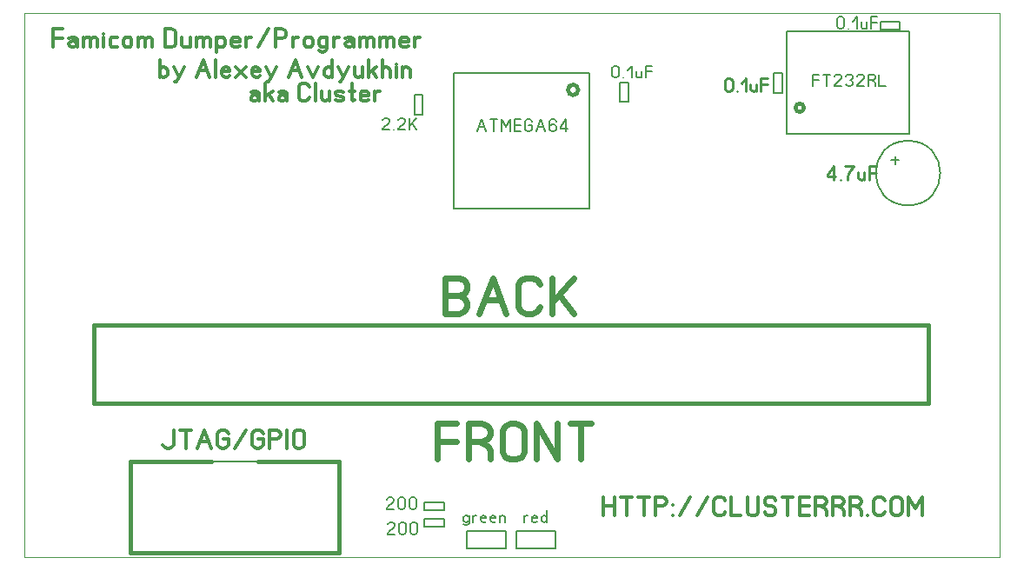
<source format=gbr>
%FSLAX34Y34*%
%MOMM*%
%LNCOPPER_BOTTOM*%
G71*
G01*
%ADD10C, 0.00*%
%ADD11C, 0.21*%
%ADD12C, 0.15*%
%ADD13C, 0.40*%
%ADD14C, 0.62*%
%ADD15C, 0.20*%
%ADD16C, 0.32*%
%ADD17C, 0.30*%
%ADD18C, 0.22*%
%ADD19C, 0.24*%
%LPD*%
G54D10*
X0Y0D02*
X950000Y0D01*
X950000Y-530000D01*
X0Y-530000D01*
X0Y0D01*
G54D11*
X767650Y-70955D02*
X767650Y-59400D01*
X773717Y-59400D01*
G54D11*
X767650Y-65178D02*
X773717Y-65178D01*
G54D11*
X781228Y-70955D02*
X781228Y-59400D01*
G54D11*
X777761Y-59400D02*
X784695Y-59400D01*
G54D11*
X795672Y-70955D02*
X788738Y-70955D01*
X788738Y-70233D01*
X789605Y-68789D01*
X794805Y-64455D01*
X795672Y-63011D01*
X795672Y-61566D01*
X794805Y-60122D01*
X793072Y-59400D01*
X791338Y-59400D01*
X789605Y-60122D01*
X788738Y-61566D01*
G54D11*
X799715Y-61566D02*
X800582Y-60122D01*
X802315Y-59400D01*
X804049Y-59400D01*
X805782Y-60122D01*
X806649Y-61566D01*
X806649Y-63011D01*
X805782Y-64455D01*
X804049Y-65178D01*
X805782Y-65900D01*
X806649Y-67344D01*
X806649Y-68789D01*
X805782Y-70233D01*
X804049Y-70955D01*
X802315Y-70955D01*
X800582Y-70233D01*
X799715Y-68789D01*
G54D11*
X817626Y-70955D02*
X810692Y-70955D01*
X810692Y-70233D01*
X811559Y-68789D01*
X816759Y-64455D01*
X817626Y-63011D01*
X817626Y-61566D01*
X816759Y-60122D01*
X815026Y-59400D01*
X813292Y-59400D01*
X811559Y-60122D01*
X810692Y-61566D01*
G54D11*
X825136Y-65178D02*
X827736Y-66622D01*
X828603Y-68066D01*
X828603Y-70955D01*
G54D11*
X821669Y-70955D02*
X821669Y-59400D01*
X826003Y-59400D01*
X827736Y-60122D01*
X828603Y-61566D01*
X828603Y-63011D01*
X827736Y-64455D01*
X826003Y-65178D01*
X821669Y-65178D01*
G54D11*
X832646Y-59400D02*
X832646Y-70955D01*
X838713Y-70955D01*
G54D12*
X862170Y-117133D02*
X742170Y-117133D01*
X742170Y-17133D01*
X862170Y-17133D01*
X862170Y-117133D01*
G54D13*
G75*
G01X759143Y-91946D02*
G03X759143Y-91946I-4000J0D01*
G01*
G54D13*
X880903Y-379649D02*
X68103Y-379649D01*
X68103Y-303449D01*
X880903Y-303449D01*
X880903Y-379649D01*
G54D13*
G75*
G01X529411Y-74572D02*
G03X529411Y-74572I5000J0D01*
G01*
G54D12*
X730111Y-58448D02*
X738050Y-58448D01*
X738050Y-77612D01*
X730111Y-77612D01*
X730111Y-58448D01*
G54D12*
X852815Y-8018D02*
X852815Y-15956D01*
X833651Y-15956D01*
X833651Y-8018D01*
X852815Y-8018D01*
G54D13*
X306600Y-525150D02*
X306600Y-436250D01*
X227832Y-436205D01*
G54D13*
X306600Y-525150D02*
X103400Y-525150D01*
X103400Y-436250D01*
X181578Y-436212D01*
G54D12*
X227832Y-436205D02*
X181578Y-436212D01*
G54D14*
X402381Y-434146D02*
X402381Y-399479D01*
X420581Y-399479D01*
G54D14*
X402381Y-416813D02*
X420581Y-416813D01*
G54D14*
X443114Y-416813D02*
X450914Y-421146D01*
X453514Y-425479D01*
X453514Y-434146D01*
G54D14*
X432714Y-434146D02*
X432714Y-399479D01*
X445714Y-399479D01*
X450914Y-401646D01*
X453514Y-405979D01*
X453514Y-410313D01*
X450914Y-414646D01*
X445714Y-416813D01*
X432714Y-416813D01*
G54D14*
X486447Y-405979D02*
X486447Y-427646D01*
X483847Y-431979D01*
X478647Y-434146D01*
X473447Y-434146D01*
X468247Y-431979D01*
X465647Y-427646D01*
X465647Y-405979D01*
X468247Y-401646D01*
X473447Y-399479D01*
X478647Y-399479D01*
X483847Y-401646D01*
X486447Y-405979D01*
G54D14*
X498580Y-434146D02*
X498580Y-399479D01*
X519380Y-434146D01*
X519380Y-399479D01*
G54D14*
X541913Y-434146D02*
X541913Y-399479D01*
G54D14*
X531513Y-399479D02*
X552313Y-399479D01*
G54D12*
X588044Y-86323D02*
X580105Y-86323D01*
X580105Y-67160D01*
X588044Y-67160D01*
X588044Y-86323D01*
G54D12*
X387886Y-98679D02*
X379947Y-98679D01*
X379947Y-79515D01*
X387886Y-79515D01*
X387886Y-98679D01*
G54D11*
X440774Y-114955D02*
X445108Y-103400D01*
X449441Y-114955D01*
G54D11*
X442508Y-110622D02*
X447708Y-110622D01*
G54D11*
X456952Y-114955D02*
X456952Y-103400D01*
G54D11*
X453485Y-103400D02*
X460419Y-103400D01*
G54D11*
X464462Y-114955D02*
X464462Y-103400D01*
X468796Y-110622D01*
X473129Y-103400D01*
X473129Y-114955D01*
G54D11*
X483240Y-114955D02*
X477173Y-114955D01*
X477173Y-103400D01*
X483240Y-103400D01*
G54D11*
X477173Y-109178D02*
X483240Y-109178D01*
G54D11*
X490751Y-109178D02*
X494218Y-109178D01*
X494218Y-112789D01*
X493351Y-114233D01*
X491618Y-114955D01*
X489884Y-114955D01*
X488151Y-114233D01*
X487284Y-112789D01*
X487284Y-105566D01*
X488151Y-104122D01*
X489884Y-103400D01*
X491618Y-103400D01*
X493351Y-104122D01*
X494218Y-105566D01*
G54D11*
X498261Y-114955D02*
X502595Y-103400D01*
X506928Y-114955D01*
G54D11*
X499995Y-110622D02*
X505195Y-110622D01*
G54D11*
X517906Y-105566D02*
X517039Y-104122D01*
X515306Y-103400D01*
X513572Y-103400D01*
X511839Y-104122D01*
X510972Y-105566D01*
X510972Y-109178D01*
X510972Y-109900D01*
X513572Y-108455D01*
X515306Y-108455D01*
X517039Y-109178D01*
X517906Y-110622D01*
X517906Y-112789D01*
X517039Y-114233D01*
X515306Y-114955D01*
X513572Y-114955D01*
X511839Y-114233D01*
X510972Y-112789D01*
X510972Y-109178D01*
G54D11*
X527149Y-114955D02*
X527149Y-103400D01*
X521949Y-110622D01*
X521949Y-112066D01*
X528883Y-112066D01*
G54D15*
X418200Y-58400D02*
X550200Y-58400D01*
X550200Y-190400D01*
X418200Y-190400D01*
X418200Y-58400D01*
G54D16*
X145604Y-405883D02*
X145604Y-420328D01*
X144271Y-422550D01*
X141604Y-423661D01*
X138937Y-423661D01*
X136271Y-422550D01*
X134937Y-420328D01*
G54D16*
X157160Y-423661D02*
X157160Y-405883D01*
G54D16*
X151826Y-405883D02*
X162493Y-405883D01*
G54D16*
X168715Y-423661D02*
X175382Y-405883D01*
X182049Y-423661D01*
G54D16*
X171382Y-416994D02*
X179382Y-416994D01*
G54D16*
X193604Y-414772D02*
X198937Y-414772D01*
X198937Y-420328D01*
X197604Y-422550D01*
X194937Y-423661D01*
X192270Y-423661D01*
X189604Y-422550D01*
X188270Y-420328D01*
X188270Y-409217D01*
X189604Y-406994D01*
X192270Y-405883D01*
X194937Y-405883D01*
X197604Y-406994D01*
X198937Y-409217D01*
G54D16*
X205159Y-423661D02*
X215826Y-405883D01*
G54D16*
X227382Y-414772D02*
X232715Y-414772D01*
X232715Y-420328D01*
X231382Y-422550D01*
X228715Y-423661D01*
X226048Y-423661D01*
X223382Y-422550D01*
X222048Y-420328D01*
X222048Y-409217D01*
X223382Y-406994D01*
X226048Y-405883D01*
X228715Y-405883D01*
X231382Y-406994D01*
X232715Y-409217D01*
G54D16*
X238937Y-423661D02*
X238937Y-405883D01*
X245604Y-405883D01*
X248271Y-406994D01*
X249604Y-409217D01*
X249604Y-411439D01*
X248271Y-413661D01*
X245604Y-414772D01*
X238937Y-414772D01*
G54D16*
X255826Y-423661D02*
X255826Y-405883D01*
G54D16*
X272715Y-409217D02*
X272715Y-420328D01*
X271382Y-422550D01*
X268715Y-423661D01*
X266048Y-423661D01*
X263382Y-422550D01*
X262048Y-420328D01*
X262048Y-409217D01*
X263382Y-406994D01*
X266048Y-405883D01*
X268715Y-405883D01*
X271382Y-406994D01*
X272715Y-409217D01*
G54D12*
X389342Y-500020D02*
X389342Y-492082D01*
X408505Y-492082D01*
X408505Y-500020D01*
X389342Y-500020D01*
G54D12*
X389320Y-483944D02*
X389320Y-476005D01*
X408483Y-476005D01*
X408483Y-483944D01*
X389320Y-483944D01*
G54D12*
X430911Y-504000D02*
X468922Y-504000D01*
X468922Y-521581D01*
X430911Y-521581D01*
X430911Y-504000D01*
G54D12*
X516922Y-521481D02*
X478911Y-521481D01*
X478911Y-503900D01*
X516922Y-503900D01*
X516922Y-521481D01*
G54D16*
X27998Y-33047D02*
X27998Y-15269D01*
X37332Y-15269D01*
G54D16*
X27998Y-24158D02*
X37332Y-24158D01*
G54D16*
X43553Y-24158D02*
X46220Y-23047D01*
X49420Y-23047D01*
X51553Y-25269D01*
X51553Y-33047D01*
G54D16*
X51553Y-29714D02*
X50220Y-27491D01*
X47553Y-27047D01*
X44887Y-27491D01*
X43553Y-29714D01*
X44087Y-31936D01*
X46220Y-33047D01*
X47553Y-33047D01*
X48087Y-33047D01*
X50220Y-31936D01*
X51553Y-29714D01*
G54D16*
X57775Y-33047D02*
X57775Y-23047D01*
G54D16*
X57775Y-24825D02*
X60442Y-23047D01*
X63109Y-23714D01*
X64442Y-25269D01*
X64442Y-33047D01*
G54D16*
X64442Y-24825D02*
X67109Y-23047D01*
X69775Y-23714D01*
X71109Y-25269D01*
X71109Y-33047D01*
G54D16*
X77330Y-33047D02*
X77330Y-23047D01*
G54D16*
X77330Y-19714D02*
X77330Y-19714D01*
G54D16*
X90219Y-23714D02*
X87552Y-23047D01*
X84886Y-23714D01*
X83552Y-25936D01*
X83552Y-30380D01*
X84886Y-32602D01*
X87552Y-33047D01*
X90219Y-32602D01*
G54D16*
X104441Y-30380D02*
X104441Y-25936D01*
X103108Y-23714D01*
X100441Y-23047D01*
X97775Y-23714D01*
X96441Y-25936D01*
X96441Y-30380D01*
X97775Y-32602D01*
X100441Y-33047D01*
X103108Y-32602D01*
X104441Y-30380D01*
G54D16*
X110663Y-33047D02*
X110663Y-23047D01*
G54D16*
X110663Y-24825D02*
X113330Y-23047D01*
X115997Y-23714D01*
X117330Y-25269D01*
X117330Y-33047D01*
G54D16*
X117330Y-24825D02*
X119997Y-23047D01*
X122663Y-23714D01*
X123997Y-25269D01*
X123997Y-33047D01*
G54D16*
X136707Y-33047D02*
X136707Y-15269D01*
X143374Y-15269D01*
X146041Y-16380D01*
X147374Y-18602D01*
X147374Y-29714D01*
X146041Y-31936D01*
X143374Y-33047D01*
X136707Y-33047D01*
G54D16*
X161596Y-23047D02*
X161596Y-33047D01*
G54D16*
X161596Y-30825D02*
X160263Y-32602D01*
X157596Y-33047D01*
X154930Y-32602D01*
X153596Y-30825D01*
X153596Y-23047D01*
G54D16*
X167818Y-33047D02*
X167818Y-23047D01*
G54D16*
X167818Y-24825D02*
X170485Y-23047D01*
X173152Y-23714D01*
X174485Y-25269D01*
X174485Y-33047D01*
G54D16*
X174485Y-24825D02*
X177152Y-23047D01*
X179818Y-23714D01*
X181152Y-25269D01*
X181152Y-33047D01*
G54D16*
X187373Y-23047D02*
X187373Y-37491D01*
G54D16*
X187373Y-29714D02*
X188707Y-32602D01*
X191373Y-33047D01*
X194040Y-32602D01*
X195373Y-30380D01*
X195373Y-25936D01*
X194040Y-23714D01*
X191373Y-23047D01*
X188707Y-23714D01*
X187373Y-26380D01*
G54D16*
X209595Y-31936D02*
X207462Y-33047D01*
X204795Y-33047D01*
X202129Y-31936D01*
X201595Y-29714D01*
X201595Y-25936D01*
X202929Y-23714D01*
X205595Y-23047D01*
X208262Y-23714D01*
X209595Y-25269D01*
X209595Y-27491D01*
X201595Y-27491D01*
G54D16*
X215817Y-33047D02*
X215817Y-23047D01*
G54D16*
X215817Y-25269D02*
X218484Y-23047D01*
X221151Y-23047D01*
G54D16*
X227372Y-33047D02*
X238039Y-15269D01*
G54D16*
X244261Y-33047D02*
X244261Y-15269D01*
X250928Y-15269D01*
X253595Y-16380D01*
X254928Y-18602D01*
X254928Y-20825D01*
X253595Y-23047D01*
X250928Y-24158D01*
X244261Y-24158D01*
G54D16*
X261150Y-33047D02*
X261150Y-23047D01*
G54D16*
X261150Y-25269D02*
X263817Y-23047D01*
X266484Y-23047D01*
G54D16*
X280705Y-30380D02*
X280705Y-25936D01*
X279372Y-23714D01*
X276705Y-23047D01*
X274039Y-23714D01*
X272705Y-25936D01*
X272705Y-30380D01*
X274039Y-32602D01*
X276705Y-33047D01*
X279372Y-32602D01*
X280705Y-30380D01*
G54D16*
X286927Y-36380D02*
X289594Y-37491D01*
X291461Y-37491D01*
X294127Y-36380D01*
X294927Y-34158D01*
X294927Y-23047D01*
G54D16*
X294927Y-25936D02*
X293594Y-23714D01*
X290927Y-23047D01*
X288261Y-23714D01*
X286927Y-25936D01*
X286927Y-30380D01*
X288261Y-32602D01*
X290927Y-33047D01*
X293594Y-32602D01*
X294927Y-30380D01*
G54D16*
X301149Y-33047D02*
X301149Y-23047D01*
G54D16*
X301149Y-25269D02*
X303816Y-23047D01*
X306483Y-23047D01*
G54D16*
X312704Y-24158D02*
X315371Y-23047D01*
X318571Y-23047D01*
X320704Y-25269D01*
X320704Y-33047D01*
G54D16*
X320704Y-29714D02*
X319371Y-27491D01*
X316704Y-27047D01*
X314038Y-27491D01*
X312704Y-29714D01*
X313238Y-31936D01*
X315371Y-33047D01*
X316704Y-33047D01*
X317238Y-33047D01*
X319371Y-31936D01*
X320704Y-29714D01*
G54D16*
X326926Y-33047D02*
X326926Y-23047D01*
G54D16*
X326926Y-24825D02*
X329593Y-23047D01*
X332260Y-23714D01*
X333593Y-25269D01*
X333593Y-33047D01*
G54D16*
X333593Y-24825D02*
X336260Y-23047D01*
X338926Y-23714D01*
X340260Y-25269D01*
X340260Y-33047D01*
G54D16*
X346481Y-33047D02*
X346481Y-23047D01*
G54D16*
X346481Y-24825D02*
X349148Y-23047D01*
X351815Y-23714D01*
X353148Y-25269D01*
X353148Y-33047D01*
G54D16*
X353148Y-24825D02*
X355815Y-23047D01*
X358481Y-23714D01*
X359815Y-25269D01*
X359815Y-33047D01*
G54D16*
X374036Y-31936D02*
X371903Y-33047D01*
X369236Y-33047D01*
X366570Y-31936D01*
X366036Y-29714D01*
X366036Y-25936D01*
X367370Y-23714D01*
X370036Y-23047D01*
X372703Y-23714D01*
X374036Y-25269D01*
X374036Y-27491D01*
X366036Y-27491D01*
G54D16*
X380258Y-33047D02*
X380258Y-23047D01*
G54D16*
X380258Y-25269D02*
X382925Y-23047D01*
X385592Y-23047D01*
G54D17*
X131986Y-61997D02*
X131986Y-45108D01*
G54D17*
X131986Y-55242D02*
X133253Y-53130D01*
X135786Y-52497D01*
X138320Y-53130D01*
X139586Y-55242D01*
X139586Y-59464D01*
X138320Y-61575D01*
X135786Y-61997D01*
X133253Y-61575D01*
X131986Y-59464D01*
G54D17*
X145497Y-52497D02*
X150564Y-61997D01*
X155630Y-52497D01*
G54D17*
X150564Y-61997D02*
X149297Y-65164D01*
X148030Y-66219D01*
X146764Y-66219D01*
G54D17*
X167705Y-61997D02*
X174038Y-45108D01*
X180372Y-61997D01*
G54D17*
X170238Y-55664D02*
X177838Y-55664D01*
G54D17*
X186283Y-61997D02*
X186283Y-45108D01*
G54D17*
X199794Y-60942D02*
X197768Y-61997D01*
X195234Y-61997D01*
X192701Y-60942D01*
X192194Y-58830D01*
X192194Y-55242D01*
X193461Y-53130D01*
X195994Y-52497D01*
X198528Y-53130D01*
X199794Y-54608D01*
X199794Y-56719D01*
X192194Y-56719D01*
G54D17*
X205705Y-52497D02*
X215838Y-61997D01*
G54D17*
X205705Y-61997D02*
X215838Y-52497D01*
G54D17*
X229349Y-60942D02*
X227322Y-61997D01*
X224789Y-61997D01*
X222256Y-60942D01*
X221749Y-58830D01*
X221749Y-55242D01*
X223016Y-53130D01*
X225549Y-52497D01*
X228082Y-53130D01*
X229349Y-54608D01*
X229349Y-56719D01*
X221749Y-56719D01*
G54D17*
X235260Y-52497D02*
X240327Y-61997D01*
X245394Y-52497D01*
G54D17*
X240327Y-61997D02*
X239060Y-65164D01*
X237794Y-66219D01*
X236527Y-66219D01*
G54D17*
X257468Y-61997D02*
X263802Y-45108D01*
X270135Y-61997D01*
G54D17*
X260002Y-55664D02*
X267602Y-55664D01*
G54D17*
X276046Y-52497D02*
X281113Y-61997D01*
X286180Y-52497D01*
G54D17*
X299690Y-61997D02*
X299690Y-45108D01*
G54D17*
X299690Y-55242D02*
X298424Y-53130D01*
X295890Y-52497D01*
X293357Y-53130D01*
X292090Y-55242D01*
X292090Y-59464D01*
X293357Y-61575D01*
X295890Y-61997D01*
X298424Y-61575D01*
X299690Y-59464D01*
G54D17*
X305601Y-52497D02*
X310668Y-61997D01*
X315734Y-52497D01*
G54D17*
X310668Y-61997D02*
X309401Y-65164D01*
X308134Y-66219D01*
X306868Y-66219D01*
G54D17*
X329245Y-52497D02*
X329245Y-61997D01*
G54D17*
X329245Y-59886D02*
X327978Y-61575D01*
X325445Y-61997D01*
X322912Y-61575D01*
X321645Y-59886D01*
X321645Y-52497D01*
G54D17*
X335156Y-61997D02*
X335156Y-45108D01*
G54D17*
X338956Y-55664D02*
X342756Y-61997D01*
G54D17*
X335156Y-57775D02*
X342756Y-52497D01*
G54D17*
X348667Y-61997D02*
X348667Y-45108D01*
G54D17*
X348667Y-55242D02*
X349934Y-53130D01*
X352467Y-52497D01*
X355001Y-53130D01*
X356267Y-55242D01*
X356267Y-61997D01*
G54D17*
X362178Y-61997D02*
X362178Y-52497D01*
G54D17*
X362178Y-49330D02*
X362178Y-49330D01*
G54D17*
X368089Y-61997D02*
X368089Y-52497D01*
G54D17*
X368089Y-54608D02*
X369356Y-53130D01*
X371889Y-52497D01*
X374422Y-53130D01*
X375689Y-54608D01*
X375689Y-61997D01*
G54D17*
X220690Y-76556D02*
X223224Y-75500D01*
X226264Y-75500D01*
X228290Y-77611D01*
X228290Y-85000D01*
G54D17*
X228290Y-81833D02*
X227024Y-79722D01*
X224490Y-79300D01*
X221957Y-79722D01*
X220690Y-81833D01*
X221197Y-83944D01*
X223224Y-85000D01*
X224490Y-85000D01*
X224997Y-85000D01*
X227024Y-83944D01*
X228290Y-81833D01*
G54D17*
X234201Y-85000D02*
X234201Y-68111D01*
G54D17*
X238001Y-78667D02*
X241801Y-85000D01*
G54D17*
X234201Y-80778D02*
X241801Y-75500D01*
G54D17*
X247712Y-76556D02*
X250246Y-75500D01*
X253286Y-75500D01*
X255312Y-77611D01*
X255312Y-85000D01*
G54D17*
X255312Y-81833D02*
X254046Y-79722D01*
X251512Y-79300D01*
X248979Y-79722D01*
X247712Y-81833D01*
X248219Y-83944D01*
X250246Y-85000D01*
X251512Y-85000D01*
X252019Y-85000D01*
X254046Y-83944D01*
X255312Y-81833D01*
G54D17*
X277521Y-81833D02*
X276254Y-83944D01*
X273721Y-85000D01*
X271187Y-85000D01*
X268654Y-83944D01*
X267387Y-81833D01*
X267387Y-71278D01*
X268654Y-69167D01*
X271187Y-68111D01*
X273721Y-68111D01*
X276254Y-69167D01*
X277521Y-71278D01*
G54D17*
X283431Y-85000D02*
X283431Y-68111D01*
G54D17*
X296942Y-75500D02*
X296942Y-85000D01*
G54D17*
X296942Y-82889D02*
X295676Y-84578D01*
X293142Y-85000D01*
X290609Y-84578D01*
X289342Y-82889D01*
X289342Y-75500D01*
G54D17*
X302853Y-83944D02*
X305387Y-85000D01*
X307920Y-85000D01*
X310453Y-83944D01*
X310453Y-81833D01*
X309187Y-80778D01*
X304120Y-79722D01*
X302853Y-78667D01*
X302853Y-76556D01*
X305387Y-75500D01*
X307920Y-75500D01*
X310453Y-76556D01*
G54D17*
X318898Y-68111D02*
X318898Y-83944D01*
X320164Y-85000D01*
X321431Y-84578D01*
G54D17*
X316364Y-75500D02*
X321431Y-75500D01*
G54D17*
X334942Y-83944D02*
X332916Y-85000D01*
X330382Y-85000D01*
X327849Y-83944D01*
X327342Y-81833D01*
X327342Y-78244D01*
X328609Y-76133D01*
X331142Y-75500D01*
X333676Y-76133D01*
X334942Y-77611D01*
X334942Y-79722D01*
X327342Y-79722D01*
G54D17*
X340853Y-85000D02*
X340853Y-75500D01*
G54D17*
X340853Y-77611D02*
X343387Y-75500D01*
X345920Y-75500D01*
G54D16*
X564210Y-488975D02*
X564210Y-471197D01*
G54D16*
X574877Y-488975D02*
X574877Y-471197D01*
G54D16*
X564210Y-480086D02*
X574877Y-480086D01*
G54D16*
X586433Y-488975D02*
X586433Y-471197D01*
G54D16*
X581099Y-471197D02*
X591766Y-471197D01*
G54D16*
X603322Y-488975D02*
X603322Y-471197D01*
G54D16*
X597988Y-471197D02*
X608655Y-471197D01*
G54D16*
X614877Y-488975D02*
X614877Y-471197D01*
X621544Y-471197D01*
X624211Y-472308D01*
X625544Y-474530D01*
X625544Y-476753D01*
X624211Y-478975D01*
X621544Y-480086D01*
X614877Y-480086D01*
G54D16*
X631766Y-488975D02*
X631766Y-488975D01*
G54D16*
X631766Y-478975D02*
X631766Y-478975D01*
G54D16*
X637988Y-488975D02*
X648655Y-471197D01*
G54D16*
X654877Y-488975D02*
X665544Y-471197D01*
G54D16*
X682433Y-485642D02*
X681100Y-487864D01*
X678433Y-488975D01*
X675766Y-488975D01*
X673100Y-487864D01*
X671766Y-485642D01*
X671766Y-474530D01*
X673100Y-472308D01*
X675766Y-471197D01*
X678433Y-471197D01*
X681100Y-472308D01*
X682433Y-474530D01*
G54D16*
X688655Y-471197D02*
X688655Y-488975D01*
X697989Y-488975D01*
G54D16*
X704210Y-471197D02*
X704210Y-485642D01*
X705544Y-487864D01*
X708210Y-488975D01*
X710877Y-488975D01*
X713544Y-487864D01*
X714877Y-485642D01*
X714877Y-471197D01*
G54D16*
X721099Y-485642D02*
X722433Y-487864D01*
X725099Y-488975D01*
X727766Y-488975D01*
X730433Y-487864D01*
X731766Y-485642D01*
X731766Y-483419D01*
X730433Y-481197D01*
X727766Y-480086D01*
X725099Y-480086D01*
X722433Y-478975D01*
X721099Y-476753D01*
X721099Y-474530D01*
X722433Y-472308D01*
X725099Y-471197D01*
X727766Y-471197D01*
X730433Y-472308D01*
X731766Y-474530D01*
G54D16*
X743322Y-488975D02*
X743322Y-471197D01*
G54D16*
X737988Y-471197D02*
X748655Y-471197D01*
G54D16*
X764211Y-488975D02*
X754877Y-488975D01*
X754877Y-471197D01*
X764211Y-471197D01*
G54D16*
X754877Y-480086D02*
X764211Y-480086D01*
G54D16*
X775766Y-480086D02*
X779766Y-482308D01*
X781099Y-484530D01*
X781099Y-488975D01*
G54D16*
X770432Y-488975D02*
X770432Y-471197D01*
X777099Y-471197D01*
X779766Y-472308D01*
X781099Y-474530D01*
X781099Y-476753D01*
X779766Y-478975D01*
X777099Y-480086D01*
X770432Y-480086D01*
G54D16*
X792655Y-480086D02*
X796655Y-482308D01*
X797988Y-484530D01*
X797988Y-488975D01*
G54D16*
X787321Y-488975D02*
X787321Y-471197D01*
X793988Y-471197D01*
X796655Y-472308D01*
X797988Y-474530D01*
X797988Y-476753D01*
X796655Y-478975D01*
X793988Y-480086D01*
X787321Y-480086D01*
G54D16*
X809544Y-480086D02*
X813544Y-482308D01*
X814877Y-484530D01*
X814877Y-488975D01*
G54D16*
X804210Y-488975D02*
X804210Y-471197D01*
X810877Y-471197D01*
X813544Y-472308D01*
X814877Y-474530D01*
X814877Y-476753D01*
X813544Y-478975D01*
X810877Y-480086D01*
X804210Y-480086D01*
G54D16*
X821099Y-488975D02*
X821099Y-488975D01*
G54D16*
X837988Y-485642D02*
X836655Y-487864D01*
X833988Y-488975D01*
X831321Y-488975D01*
X828655Y-487864D01*
X827321Y-485642D01*
X827321Y-474530D01*
X828655Y-472308D01*
X831321Y-471197D01*
X833988Y-471197D01*
X836655Y-472308D01*
X837988Y-474530D01*
G54D16*
X854877Y-474530D02*
X854877Y-485642D01*
X853544Y-487864D01*
X850877Y-488975D01*
X848210Y-488975D01*
X845544Y-487864D01*
X844210Y-485642D01*
X844210Y-474530D01*
X845544Y-472308D01*
X848210Y-471197D01*
X850877Y-471197D01*
X853544Y-472308D01*
X854877Y-474530D01*
G54D16*
X861099Y-488975D02*
X861099Y-471197D01*
X867766Y-482308D01*
X874433Y-471197D01*
X874433Y-488975D01*
G54D12*
X847930Y-139370D02*
X847930Y-146970D01*
G54D12*
X851730Y-143170D02*
X844130Y-143170D01*
G54D12*
G75*
G01X860630Y-124125D02*
G03X860630Y-124125I0J-31450D01*
G01*
G54D11*
X579427Y-53222D02*
X579427Y-60444D01*
X578560Y-61889D01*
X576827Y-62611D01*
X575094Y-62611D01*
X573360Y-61889D01*
X572494Y-60444D01*
X572494Y-53222D01*
X573360Y-51778D01*
X575094Y-51055D01*
X576827Y-51055D01*
X578560Y-51778D01*
X579427Y-53222D01*
G54D11*
X583470Y-62611D02*
X583470Y-62611D01*
G54D11*
X587514Y-55389D02*
X591848Y-51055D01*
X591848Y-62611D01*
G54D11*
X601092Y-56111D02*
X601092Y-62611D01*
G54D11*
X601092Y-61167D02*
X600225Y-62322D01*
X598492Y-62611D01*
X596758Y-62322D01*
X595892Y-61167D01*
X595892Y-56111D01*
G54D11*
X605136Y-62611D02*
X605136Y-51055D01*
X611202Y-51055D01*
G54D11*
X605136Y-56833D02*
X611202Y-56833D01*
G54D18*
X689599Y-65644D02*
X689599Y-73422D01*
X688665Y-74977D01*
X686799Y-75755D01*
X684932Y-75755D01*
X683065Y-74977D01*
X682132Y-73422D01*
X682132Y-65644D01*
X683065Y-64088D01*
X684932Y-63311D01*
X686799Y-63311D01*
X688665Y-64088D01*
X689599Y-65644D01*
G54D18*
X693955Y-75755D02*
X693955Y-75755D01*
G54D18*
X698311Y-67977D02*
X702978Y-63311D01*
X702978Y-75755D01*
G54D18*
X712934Y-68755D02*
X712934Y-75755D01*
G54D18*
X712934Y-74199D02*
X712001Y-75444D01*
X710134Y-75755D01*
X708267Y-75444D01*
X707334Y-74199D01*
X707334Y-68755D01*
G54D18*
X717290Y-75755D02*
X717290Y-63311D01*
X723823Y-63311D01*
G54D18*
X717290Y-69533D02*
X723823Y-69533D01*
G54D11*
X798502Y-5597D02*
X798502Y-12819D01*
X797635Y-14264D01*
X795902Y-14986D01*
X794168Y-14986D01*
X792435Y-14264D01*
X791568Y-12819D01*
X791568Y-5597D01*
X792435Y-4153D01*
X794168Y-3430D01*
X795902Y-3430D01*
X797635Y-4153D01*
X798502Y-5597D01*
G54D11*
X802546Y-14986D02*
X802546Y-14986D01*
G54D11*
X806590Y-7764D02*
X810923Y-3430D01*
X810923Y-14986D01*
G54D11*
X820166Y-8486D02*
X820166Y-14986D01*
G54D11*
X820166Y-13542D02*
X819300Y-14697D01*
X817566Y-14986D01*
X815833Y-14697D01*
X814966Y-13542D01*
X814966Y-8486D01*
G54D11*
X824210Y-14986D02*
X824210Y-3430D01*
X830277Y-3430D01*
G54D11*
X824210Y-9208D02*
X830277Y-9208D01*
G54D19*
X788248Y-161925D02*
X788248Y-148592D01*
X782248Y-156925D01*
X782248Y-158592D01*
X790248Y-158592D01*
G54D19*
X794916Y-161925D02*
X794916Y-161925D01*
G54D19*
X799582Y-148592D02*
X807582Y-148592D01*
X806582Y-150258D01*
X804582Y-152758D01*
X802582Y-156092D01*
X801582Y-158592D01*
X801582Y-161925D01*
G54D19*
X818250Y-154425D02*
X818250Y-161925D01*
G54D19*
X818250Y-160258D02*
X817250Y-161592D01*
X815250Y-161925D01*
X813250Y-161592D01*
X812250Y-160258D01*
X812250Y-154425D01*
G54D19*
X822916Y-161925D02*
X822916Y-148592D01*
X829916Y-148592D01*
G54D19*
X822916Y-155258D02*
X829916Y-155258D01*
G54D11*
X359808Y-482908D02*
X352874Y-482908D01*
X352874Y-482185D01*
X353741Y-480741D01*
X358941Y-476408D01*
X359808Y-474963D01*
X359808Y-473519D01*
X358941Y-472074D01*
X357208Y-471352D01*
X355474Y-471352D01*
X353741Y-472074D01*
X352874Y-473519D01*
G54D11*
X370785Y-473519D02*
X370785Y-480741D01*
X369918Y-482185D01*
X368185Y-482908D01*
X366451Y-482908D01*
X364718Y-482185D01*
X363851Y-480741D01*
X363851Y-473519D01*
X364718Y-472074D01*
X366451Y-471352D01*
X368185Y-471352D01*
X369918Y-472074D01*
X370785Y-473519D01*
G54D11*
X381762Y-473519D02*
X381762Y-480741D01*
X380895Y-482185D01*
X379162Y-482908D01*
X377428Y-482908D01*
X375695Y-482185D01*
X374828Y-480741D01*
X374828Y-473519D01*
X375695Y-472074D01*
X377428Y-471352D01*
X379162Y-471352D01*
X380895Y-472074D01*
X381762Y-473519D01*
G54D11*
X360795Y-507320D02*
X353862Y-507320D01*
X353862Y-506598D01*
X354728Y-505153D01*
X359928Y-500820D01*
X360795Y-499375D01*
X360795Y-497931D01*
X359928Y-496486D01*
X358195Y-495764D01*
X356462Y-495764D01*
X354728Y-496486D01*
X353862Y-497931D01*
G54D11*
X371772Y-497931D02*
X371772Y-505153D01*
X370905Y-506598D01*
X369172Y-507320D01*
X367439Y-507320D01*
X365705Y-506598D01*
X364839Y-505153D01*
X364839Y-497931D01*
X365705Y-496486D01*
X367439Y-495764D01*
X369172Y-495764D01*
X370905Y-496486D01*
X371772Y-497931D01*
G54D11*
X382749Y-497931D02*
X382749Y-505153D01*
X381882Y-506598D01*
X380149Y-507320D01*
X378416Y-507320D01*
X376682Y-506598D01*
X375816Y-505153D01*
X375816Y-497931D01*
X376682Y-496486D01*
X378416Y-495764D01*
X380149Y-495764D01*
X381882Y-496486D01*
X382749Y-497931D01*
G54D11*
X427877Y-497774D02*
X429610Y-498496D01*
X430823Y-498496D01*
X432557Y-497774D01*
X433077Y-496329D01*
X433077Y-489107D01*
G54D11*
X433077Y-490985D02*
X432210Y-489541D01*
X430477Y-489107D01*
X428743Y-489541D01*
X427877Y-490985D01*
X427877Y-493874D01*
X428743Y-495318D01*
X430477Y-495607D01*
X432210Y-495318D01*
X433077Y-493874D01*
G54D11*
X437121Y-495607D02*
X437121Y-489107D01*
G54D11*
X437121Y-490552D02*
X438854Y-489107D01*
X440587Y-489107D01*
G54D11*
X449832Y-494885D02*
X448445Y-495607D01*
X446712Y-495607D01*
X444978Y-494885D01*
X444632Y-493441D01*
X444632Y-490985D01*
X445498Y-489541D01*
X447232Y-489107D01*
X448965Y-489541D01*
X449832Y-490552D01*
X449832Y-491996D01*
X444632Y-491996D01*
G54D11*
X459076Y-494885D02*
X457689Y-495607D01*
X455956Y-495607D01*
X454222Y-494885D01*
X453876Y-493441D01*
X453876Y-490985D01*
X454742Y-489541D01*
X456476Y-489107D01*
X458209Y-489541D01*
X459076Y-490552D01*
X459076Y-491996D01*
X453876Y-491996D01*
G54D11*
X463120Y-495607D02*
X463120Y-489107D01*
G54D11*
X463120Y-490552D02*
X463986Y-489541D01*
X465720Y-489107D01*
X467453Y-489541D01*
X468320Y-490552D01*
X468320Y-495607D01*
G54D11*
X486885Y-495606D02*
X486885Y-489106D01*
G54D11*
X486885Y-490551D02*
X488619Y-489106D01*
X490352Y-489106D01*
G54D11*
X499596Y-494884D02*
X498210Y-495606D01*
X496476Y-495606D01*
X494743Y-494884D01*
X494396Y-493440D01*
X494396Y-490984D01*
X495263Y-489540D01*
X496996Y-489106D01*
X498730Y-489540D01*
X499596Y-490551D01*
X499596Y-491995D01*
X494396Y-491995D01*
G54D11*
X508840Y-495606D02*
X508840Y-484051D01*
G54D11*
X508840Y-490984D02*
X507974Y-489540D01*
X506240Y-489106D01*
X504507Y-489540D01*
X503640Y-490984D01*
X503640Y-493873D01*
X504507Y-495318D01*
X506240Y-495606D01*
X507974Y-495318D01*
X508840Y-493873D01*
G54D14*
X409957Y-292425D02*
X409957Y-257759D01*
X422957Y-257759D01*
X428157Y-259925D01*
X430757Y-264259D01*
X430757Y-268592D01*
X428157Y-272925D01*
X422957Y-275092D01*
X428157Y-277259D01*
X430757Y-281592D01*
X430757Y-285925D01*
X428157Y-290259D01*
X422957Y-292425D01*
X409957Y-292425D01*
G54D14*
X409957Y-275092D02*
X422957Y-275092D01*
G54D14*
X442890Y-292425D02*
X455890Y-257759D01*
X468890Y-292425D01*
G54D14*
X448090Y-279425D02*
X463690Y-279425D01*
G54D14*
X501823Y-285925D02*
X499223Y-290259D01*
X494023Y-292425D01*
X488823Y-292425D01*
X483623Y-290259D01*
X481023Y-285925D01*
X481023Y-264259D01*
X483623Y-259925D01*
X488823Y-257759D01*
X494023Y-257759D01*
X499223Y-259925D01*
X501823Y-264259D01*
G54D14*
X513956Y-292425D02*
X513956Y-257759D01*
G54D14*
X513956Y-281592D02*
X534756Y-257759D01*
G54D14*
X521756Y-275092D02*
X534756Y-292425D01*
G54D11*
X355589Y-113411D02*
X348656Y-113411D01*
X348656Y-112689D01*
X349523Y-111244D01*
X354723Y-106911D01*
X355589Y-105467D01*
X355589Y-104022D01*
X354723Y-102578D01*
X352989Y-101855D01*
X351256Y-101855D01*
X349523Y-102578D01*
X348656Y-104022D01*
G54D11*
X359633Y-113411D02*
X359633Y-113411D01*
G54D11*
X370610Y-113411D02*
X363677Y-113411D01*
X363677Y-112689D01*
X364544Y-111244D01*
X369744Y-106911D01*
X370610Y-105467D01*
X370610Y-104022D01*
X369744Y-102578D01*
X368010Y-101855D01*
X366277Y-101855D01*
X364544Y-102578D01*
X363677Y-104022D01*
G54D11*
X374654Y-113411D02*
X374654Y-101855D01*
G54D11*
X374654Y-109800D02*
X381587Y-101855D01*
G54D11*
X377254Y-107633D02*
X381587Y-113411D01*
M02*

</source>
